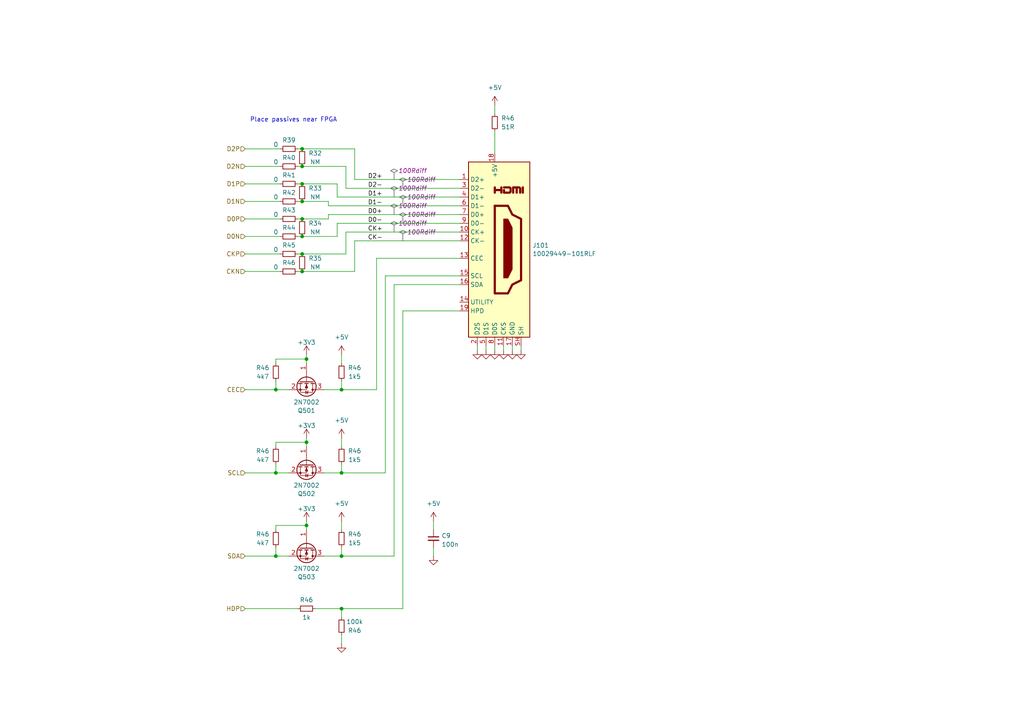
<source format=kicad_sch>
(kicad_sch (version 20230121) (generator eeschema)
  (paper "A4")
  (lib_symbols
    (symbol "Connector:HDMI_A"
      (property "Reference" "J" (at -6.35 26.67 0))
      (property "Value" "HDMI_A" (at 10.16 26.67 0))
      (symbol "HDMI_A_0_0"
        (polyline (pts (xy 8.128 16.51) (xy 8.128 18.034)) (stroke (width 0.635)))
        (polyline (pts (xy 0 16.51) (xy 0 18.034) (xy 0 17.272) (xy 1.905 17.272) (xy 1.905 18.034) (xy 1.905 16.51)) (stroke (width 0.635)))
        (polyline (pts (xy 2.667 18.034) (xy 4.318 18.034) (xy 4.572 17.78) (xy 4.572 16.764) (xy 4.318 16.51) (xy 2.667 16.51) (xy 2.667 17.272)) (stroke (width 0.635)))
      )
      (symbol "HDMI_A_0_1"
        (rectangle (start -7.62 25.4) (end 10.16 -25.4) (stroke (width 0.254)) (fill (type background)))
        (polyline (pts (xy 2.54 8.89) (xy 3.81 8.89) (xy 5.08 6.35) (xy 5.08 -5.715) (xy 3.81 -8.255) (xy 2.54 -8.255) (xy 2.54 8.89)) (fill (type outline)))
        (polyline (pts (xy 5.334 16.51) (xy 5.334 18.034) (xy 6.35 18.034) (xy 6.35 16.51) (xy 6.35 18.034) (xy 7.112 18.034) (xy 7.366 17.78) (xy 7.366 16.51)) (stroke (width 0.635)))
        (polyline (pts (xy 0 12.7) (xy 0 -12.7) (xy 3.81 -12.7) (xy 5.08 -10.16) (xy 7.62 -8.89) (xy 7.62 8.89) (xy 5.08 10.16) (xy 3.81 12.7) (xy 0 12.7)) (stroke (width 0.635)))
      )
      (symbol "HDMI_A_1_1"
        (pin passive line (at -10.16 20.32 0) (length 2.54) (name "D2+") (number "1"))
        (pin passive line (at -10.16 5.08 0) (length 2.54) (name "CK+") (number "10"))
        (pin power_in line (at 2.54 -27.94 90) (length 2.54) (name "CKS") (number "11"))
        (pin passive line (at -10.16 2.54 0) (length 2.54) (name "CK-") (number "12"))
        (pin bidirectional line (at -10.16 -2.54 0) (length 2.54) (name "CEC") (number "13"))
        (pin passive line (at -10.16 -15.24 0) (length 2.54) (name "UTILITY") (number "14"))
        (pin passive line (at -10.16 -7.62 0) (length 2.54) (name "SCL") (number "15"))
        (pin bidirectional line (at -10.16 -10.16 0) (length 2.54) (name "SDA") (number "16"))
        (pin power_in line (at 5.08 -27.94 90) (length 2.54) (name "GND") (number "17"))
        (pin power_in line (at 0 27.94 270) (length 2.54) (name "+5V") (number "18"))
        (pin passive line (at -10.16 -17.78 0) (length 2.54) (name "HPD") (number "19"))
        (pin power_in line (at -5.08 -27.94 90) (length 2.54) (name "D2S") (number "2"))
        (pin passive line (at -10.16 17.78 0) (length 2.54) (name "D2-") (number "3"))
        (pin passive line (at -10.16 15.24 0) (length 2.54) (name "D1+") (number "4"))
        (pin power_in line (at -2.54 -27.94 90) (length 2.54) (name "D1S") (number "5"))
        (pin passive line (at -10.16 12.7 0) (length 2.54) (name "D1-") (number "6"))
        (pin passive line (at -10.16 10.16 0) (length 2.54) (name "D0+") (number "7"))
        (pin power_in line (at 0 -27.94 90) (length 2.54) (name "D0S") (number "8"))
        (pin passive line (at -10.16 7.62 0) (length 2.54) (name "D0-") (number "9"))
        (pin passive line (at 7.62 -27.94 90) (length 2.54) (name "SH") (number "SH"))
      )
    )
    (symbol "Device:C_Small" (pin_numbers hide) (pin_names (offset 0.254) hide)
      (property "Reference" "C" (at 0.254 1.778 0))
      (property "Value" "C_Small" (at 0.254 -2.032 0))
      (symbol "C_Small_0_1"
        (polyline (pts (xy -1.524 -0.508) (xy 1.524 -0.508)) (stroke (width 0.3302)))
        (polyline (pts (xy -1.524 0.508) (xy 1.524 0.508)) (stroke (width 0.3048)))
      )
      (symbol "C_Small_1_1"
        (pin passive line (at 0 2.54 270) (length 2.032) (name "~") (number "1"))
        (pin passive line (at 0 -2.54 90) (length 2.032) (name "~") (number "2"))
      )
    )
    (symbol "Device:R_Small" (pin_numbers hide) (pin_names (offset 0.254) hide)
      (property "Reference" "R" (at 0.762 0.508 0))
      (property "Value" "R_Small" (at 0.762 -1.016 0))
      (symbol "R_Small_0_1"
        (rectangle (start -0.762 1.778) (end 0.762 -1.778) (stroke (width 0.2032)))
      )
      (symbol "R_Small_1_1"
        (pin passive line (at 0 2.54 270) (length 0.762) (name "~") (number "1"))
        (pin passive line (at 0 -2.54 90) (length 0.762) (name "~") (number "2"))
      )
    )
    (symbol "Transistor_FET:2N7002" (pin_names hide)
      (property "Reference" "Q" (at 5.08 1.905 0))
      (property "Value" "2N7002" (at 5.08 0 0))
      (symbol "2N7002_0_1"
        (polyline (pts (xy 0.254 0) (xy -2.54 0)))
        (polyline (pts (xy 0.254 1.905) (xy 0.254 -1.905)) (stroke (width 0.254)))
        (polyline (pts (xy 0.762 -1.27) (xy 0.762 -2.286)) (stroke (width 0.254)))
        (polyline (pts (xy 0.762 0.508) (xy 0.762 -0.508)) (stroke (width 0.254)))
        (polyline (pts (xy 0.762 2.286) (xy 0.762 1.27)) (stroke (width 0.254)))
        (polyline (pts (xy 2.54 2.54) (xy 2.54 1.778)))
        (polyline (pts (xy 2.54 -2.54) (xy 2.54 0) (xy 0.762 0)))
        (polyline (pts (xy 0.762 -1.778) (xy 3.302 -1.778) (xy 3.302 1.778) (xy 0.762 1.778)))
        (polyline (pts (xy 1.016 0) (xy 2.032 0.381) (xy 2.032 -0.381) (xy 1.016 0)) (fill (type outline)))
        (polyline (pts (xy 2.794 0.508) (xy 2.921 0.381) (xy 3.683 0.381) (xy 3.81 0.254)))
        (polyline (pts (xy 3.302 0.381) (xy 2.921 -0.254) (xy 3.683 -0.254) (xy 3.302 0.381)))
        (circle (center 1.651 0) (radius 2.794) (stroke (width 0.254)))
        (circle (center 2.54 -1.778) (radius 0.254) (fill (type outline)))
        (circle (center 2.54 1.778) (radius 0.254) (fill (type outline)))
      )
      (symbol "2N7002_1_1"
        (pin input line (at -5.08 0 0) (length 2.54) (name "G") (number "1"))
        (pin passive line (at 2.54 -5.08 90) (length 2.54) (name "S") (number "2"))
        (pin passive line (at 2.54 5.08 270) (length 2.54) (name "D") (number "3"))
      )
    )
    (symbol "power:+3.3V" (power) (pin_names (offset 0))
      (property "Value" "+3.3V" (at 0 3.556 0))
      (symbol "+3.3V_0_1"
        (polyline (pts (xy -0.762 1.27) (xy 0 2.54)))
        (polyline (pts (xy 0 0) (xy 0 2.54)))
        (polyline (pts (xy 0 2.54) (xy 0.762 1.27)))
      )
      (symbol "+3.3V_1_1"
        (pin power_in line (at 0 0 90) (length 0) hide (name "+3V3") (number "1"))
      )
    )
    (symbol "power:+5V" (power) (pin_names (offset 0))
      (property "Value" "+5V" (at 0 3.556 0))
      (symbol "+5V_0_1"
        (polyline (pts (xy -0.762 1.27) (xy 0 2.54)))
        (polyline (pts (xy 0 0) (xy 0 2.54)))
        (polyline (pts (xy 0 2.54) (xy 0.762 1.27)))
      )
      (symbol "+5V_1_1"
        (pin power_in line (at 0 0 90) (length 0) hide (name "+5V") (number "1"))
      )
    )
    (symbol "power:GND" (power) (pin_names (offset 0))
      (property "Value" "GND" (at 0 -3.81 0))
      (symbol "GND_0_1"
        (polyline (pts (xy 0 0) (xy 0 -1.27) (xy 1.27 -1.27) (xy 0 -2.54) (xy -1.27 -1.27) (xy 0 -1.27)))
      )
      (symbol "GND_1_1"
        (pin power_in line (at 0 0 270) (length 0) hide (name "GND") (number "1"))
      )
    )
  )
  (junction (at 87.63 48.26))
  (junction (at 99.06 137.16))
  (junction (at 88.9 128.27))
  (junction (at 87.63 58.42))
  (junction (at 87.63 53.34))
  (junction (at 80.01 161.29))
  (junction (at 99.06 113.03))
  (junction (at 87.63 68.58))
  (junction (at 87.63 63.5))
  (junction (at 99.06 176.53))
  (junction (at 80.01 137.16))
  (junction (at 80.01 113.03))
  (junction (at 87.63 78.74))
  (junction (at 99.06 161.29))
  (junction (at 87.63 43.18))
  (junction (at 88.9 152.4))
  (junction (at 88.9 104.14))
  (junction (at 87.63 73.66))
  (wire (pts (xy 95.25 62.23) (xy 133.35 62.23)))
  (wire (pts (xy 100.33 67.31) (xy 133.35 67.31)))
  (wire (pts (xy 80.01 110.49) (xy 80.01 113.03)))
  (wire (pts (xy 99.06 113.03) (xy 109.22 113.03)))
  (wire (pts (xy 125.73 158.75) (xy 125.73 161.29)))
  (wire (pts (xy 100.33 54.61) (xy 133.35 54.61)))
  (wire (pts (xy 87.63 48.26) (xy 100.33 48.26)))
  (wire (pts (xy 80.01 153.67) (xy 80.01 152.4)))
  (wire (pts (xy 140.97 100.33) (xy 140.97 101.6)))
  (wire (pts (xy 87.63 58.42) (xy 86.36 58.42)))
  (wire (pts (xy 99.06 176.53) (xy 99.06 179.07)))
  (wire (pts (xy 88.9 127) (xy 88.9 128.27)))
  (wire (pts (xy 80.01 113.03) (xy 83.82 113.03)))
  (wire (pts (xy 71.12 176.53) (xy 86.36 176.53)))
  (wire (pts (xy 99.06 176.53) (xy 116.84 176.53)))
  (wire (pts (xy 80.01 128.27) (xy 88.9 128.27)))
  (wire (pts (xy 97.79 64.77) (xy 133.35 64.77)))
  (wire (pts (xy 93.98 161.29) (xy 99.06 161.29)))
  (wire (pts (xy 95.25 62.23) (xy 95.25 63.5)))
  (wire (pts (xy 87.63 48.26) (xy 86.36 48.26)))
  (wire (pts (xy 143.51 30.48) (xy 143.51 33.02)))
  (wire (pts (xy 93.98 137.16) (xy 99.06 137.16)))
  (wire (pts (xy 81.28 73.66) (xy 71.12 73.66)))
  (wire (pts (xy 81.28 58.42) (xy 71.12 58.42)))
  (wire (pts (xy 99.06 158.75) (xy 99.06 161.29)))
  (wire (pts (xy 109.22 74.93) (xy 133.35 74.93)))
  (wire (pts (xy 99.06 102.87) (xy 99.06 105.41)))
  (wire (pts (xy 143.51 38.1) (xy 143.51 44.45)))
  (wire (pts (xy 81.28 78.74) (xy 71.12 78.74)))
  (wire (pts (xy 87.63 78.74) (xy 86.36 78.74)))
  (wire (pts (xy 81.28 63.5) (xy 71.12 63.5)))
  (wire (pts (xy 111.76 137.16) (xy 111.76 80.01)))
  (wire (pts (xy 80.01 129.54) (xy 80.01 128.27)))
  (wire (pts (xy 125.73 151.13) (xy 125.73 153.67)))
  (wire (pts (xy 146.05 100.33) (xy 146.05 101.6)))
  (wire (pts (xy 102.87 52.07) (xy 133.35 52.07)))
  (wire (pts (xy 87.63 43.18) (xy 102.87 43.18)))
  (wire (pts (xy 99.06 127) (xy 99.06 129.54)))
  (wire (pts (xy 81.28 53.34) (xy 71.12 53.34)))
  (wire (pts (xy 148.59 100.33) (xy 148.59 101.6)))
  (wire (pts (xy 99.06 137.16) (xy 111.76 137.16)))
  (wire (pts (xy 80.01 134.62) (xy 80.01 137.16)))
  (wire (pts (xy 71.12 113.03) (xy 80.01 113.03)))
  (wire (pts (xy 80.01 158.75) (xy 80.01 161.29)))
  (wire (pts (xy 109.22 113.03) (xy 109.22 74.93)))
  (wire (pts (xy 88.9 152.4) (xy 88.9 153.67)))
  (wire (pts (xy 95.25 59.69) (xy 133.35 59.69)))
  (wire (pts (xy 99.06 151.13) (xy 99.06 153.67)))
  (wire (pts (xy 102.87 78.74) (xy 102.87 69.85)))
  (wire (pts (xy 88.9 151.13) (xy 88.9 152.4)))
  (wire (pts (xy 138.43 100.33) (xy 138.43 101.6)))
  (wire (pts (xy 95.25 59.69) (xy 95.25 58.42)))
  (wire (pts (xy 99.06 134.62) (xy 99.06 137.16)))
  (wire (pts (xy 102.87 69.85) (xy 133.35 69.85)))
  (wire (pts (xy 116.84 176.53) (xy 116.84 90.17)))
  (wire (pts (xy 87.63 73.66) (xy 100.33 73.66)))
  (wire (pts (xy 80.01 104.14) (xy 88.9 104.14)))
  (wire (pts (xy 99.06 161.29) (xy 114.3 161.29)))
  (wire (pts (xy 93.98 113.03) (xy 99.06 113.03)))
  (wire (pts (xy 87.63 53.34) (xy 97.79 53.34)))
  (wire (pts (xy 102.87 52.07) (xy 102.87 43.18)))
  (wire (pts (xy 81.28 43.18) (xy 71.12 43.18)))
  (wire (pts (xy 100.33 67.31) (xy 100.33 73.66)))
  (wire (pts (xy 80.01 105.41) (xy 80.01 104.14)))
  (wire (pts (xy 87.63 78.74) (xy 102.87 78.74)))
  (wire (pts (xy 80.01 152.4) (xy 88.9 152.4)))
  (wire (pts (xy 88.9 102.87) (xy 88.9 104.14)))
  (wire (pts (xy 97.79 68.58) (xy 97.79 64.77)))
  (wire (pts (xy 87.63 63.5) (xy 86.36 63.5)))
  (wire (pts (xy 87.63 58.42) (xy 95.25 58.42)))
  (wire (pts (xy 116.84 90.17) (xy 133.35 90.17)))
  (wire (pts (xy 87.63 63.5) (xy 95.25 63.5)))
  (wire (pts (xy 81.28 68.58) (xy 71.12 68.58)))
  (wire (pts (xy 97.79 57.15) (xy 97.79 53.34)))
  (wire (pts (xy 87.63 68.58) (xy 97.79 68.58)))
  (wire (pts (xy 97.79 57.15) (xy 133.35 57.15)))
  (wire (pts (xy 111.76 80.01) (xy 133.35 80.01)))
  (wire (pts (xy 88.9 128.27) (xy 88.9 129.54)))
  (wire (pts (xy 87.63 43.18) (xy 86.36 43.18)))
  (wire (pts (xy 114.3 82.55) (xy 133.35 82.55)))
  (wire (pts (xy 143.51 100.33) (xy 143.51 101.6)))
  (wire (pts (xy 114.3 161.29) (xy 114.3 82.55)))
  (wire (pts (xy 99.06 184.15) (xy 99.06 186.69)))
  (wire (pts (xy 87.63 53.34) (xy 86.36 53.34)))
  (wire (pts (xy 71.12 161.29) (xy 80.01 161.29)))
  (wire (pts (xy 88.9 104.14) (xy 88.9 105.41)))
  (wire (pts (xy 80.01 137.16) (xy 83.82 137.16)))
  (wire (pts (xy 99.06 110.49) (xy 99.06 113.03)))
  (wire (pts (xy 81.28 48.26) (xy 71.12 48.26)))
  (wire (pts (xy 87.63 73.66) (xy 86.36 73.66)))
  (wire (pts (xy 91.44 176.53) (xy 99.06 176.53)))
  (wire (pts (xy 80.01 161.29) (xy 83.82 161.29)))
  (wire (pts (xy 151.13 100.33) (xy 151.13 101.6)))
  (wire (pts (xy 71.12 137.16) (xy 80.01 137.16)))
  (wire (pts (xy 100.33 48.26) (xy 100.33 54.61)))
  (wire (pts (xy 87.63 68.58) (xy 86.36 68.58)))
  (text "Place passives near FPGA" (at 97.79 35.56 0) (effects (font (size 1.27 1.27)) (justify right bottom)))
  (label "CK+" (at 106.68 67.31 0))
  (label "D1+" (at 106.68 57.15 0))
  (label "D0+" (at 106.68 62.23 0))
  (label "D1-" (at 106.68 59.69 0))
  (label "D0-" (at 106.68 64.77 0))
  (label "D2+" (at 106.68 52.07 0))
  (label "D2-" (at 106.68 54.61 0))
  (label "CK-" (at 106.68 69.85 0))
  (hierarchical_label "CKN" (shape input) (at 71.12 78.74 180))
  (hierarchical_label "D0N" (shape input) (at 71.12 68.58 180))
  (hierarchical_label "D2P" (shape input) (at 71.12 43.18 180))
  (hierarchical_label "CEC" (shape input) (at 71.12 113.03 180))
  (hierarchical_label "D1N" (shape input) (at 71.12 58.42 180))
  (hierarchical_label "D0P" (shape input) (at 71.12 63.5 180))
  (hierarchical_label "CKP" (shape input) (at 71.12 73.66 180))
  (hierarchical_label "SCL" (shape input) (at 71.12 137.16 180))
  (hierarchical_label "SDA" (shape input) (at 71.12 161.29 180))
  (hierarchical_label "D1P" (shape input) (at 71.12 53.34 180))
  (hierarchical_label "HDP" (shape input) (at 71.12 176.53 180))
  (hierarchical_label "D2N" (shape input) (at 71.12 48.26 180))
  (netclass_flag "" (length 2.54) (shape diamond) (at 116.84 59.69 0) (property "Netclass" "100Rdiff" (at 118.0465 57.15 0) (effects (font italic) (justify left))))
  (netclass_flag "" (length 2.54) (shape diamond) (at 116.84 64.77 0) (property "Netclass" "100Rdiff" (at 118.0465 62.23 0) (effects (font italic) (justify left))))
  (netclass_flag "" (length 2.54) (shape diamond) (at 114.3 52.07 0) (property "Netclass" "100Rdiff" (at 115.5065 49.53 0) (effects (font italic) (justify left))))
  (netclass_flag "" (length 2.54) (shape diamond) (at 114.3 62.23 0) (property "Netclass" "100Rdiff" (at 115.5065 59.69 0) (effects (font italic) (justify left))))
  (netclass_flag "" (length 2.54) (shape diamond) (at 114.3 67.31 0) (property "Netclass" "100Rdiff" (at 115.5065 64.77 0) (effects (font italic) (justify left))))
  (netclass_flag "" (length 2.54) (shape diamond) (at 116.84 69.85 0) (property "Netclass" "100Rdiff" (at 118.0465 67.31 0) (effects (font italic) (justify left))))
  (netclass_flag "" (length 2.54) (shape diamond) (at 114.3 57.15 0) (property "Netclass" "100Rdiff" (at 115.5065 54.61 0) (effects (font italic) (justify left))))
  (netclass_flag "" (length 2.54) (shape diamond) (at 116.84 54.61 0) (property "Netclass" "100Rdiff" (at 118.0465 52.07 0) (effects (font italic) (justify left))))
  (symbol (lib_id "Device:R_Small") (at 80.01 107.95 0) (mirror x) (unit 1)
    (property "Reference" "R46" (at 76.2 106.68 0))
    (property "Value" "4k7" (at 76.2 109.22 0))
    (property "Footprint" "Resistor_SMD:R_0603_1608Metric" (effects hide))
    (property "LCSC" "C23162" (effects hide))
    (instances (project "that_fpga_thing" (path "" (reference "R46") (unit 1))) (project "m1s-fpga-playground" (path "" (reference "R146") (unit 1)) (path "" (reference "R513") (unit 1))))
  )
  (symbol (lib_id "Device:R_Small") (at 80.01 156.21 0) (mirror x) (unit 1)
    (property "Reference" "R46" (at 76.2 154.94 0))
    (property "Value" "4k7" (at 76.2 157.48 0))
    (property "Footprint" "Resistor_SMD:R_0603_1608Metric" (effects hide))
    (property "LCSC" "C23162" (effects hide))
    (instances (project "that_fpga_thing" (path "" (reference "R46") (unit 1))) (project "m1s-fpga-playground" (path "" (reference "R146") (unit 1)) (path "" (reference "R517") (unit 1))))
  )
  (symbol (lib_id "Device:R_Small") (at 83.82 73.66 90) (mirror x) (unit 1)
    (property "Reference" "R45" (at 83.82 71.12 90))
    (property "Value" "0" (at 80.01 72.39 90))
    (property "Footprint" "Resistor_SMD:R_0603_1608Metric" (effects hide))
    (instances (project "that_fpga_thing" (path "" (reference "R45") (unit 1))) (project "m1s-fpga-playground" (path "" (reference "R145") (unit 1)) (path "" (reference "R511") (unit 1))))
  )
  (symbol (lib_id "power:GND") (at 143.51 101.6 0) (mirror y) (unit 1)
    (property "Reference" "#PWR0143" (effects hide))
    (property "Value" "GND" (effects hide))
    (instances (project "m1s-fpga-playground" (path "" (reference "#PWR0143") (unit 1)) (path "" (reference "#PWR0505") (unit 1))))
  )
  (symbol (lib_id "Device:R_Small") (at 87.63 66.04 0) (mirror y) (unit 1)
    (property "Reference" "R34" (at 91.44 64.77 0))
    (property "Value" "NM" (at 91.44 67.31 0))
    (property "Footprint" "Resistor_SMD:R_0603_1608Metric" (effects hide))
    (instances (project "that_fpga_thing" (path "" (reference "R34") (unit 1))) (project "m1s-fpga-playground" (path "" (reference "R134") (unit 1)) (path "" (reference "R503") (unit 1))))
  )
  (symbol (lib_id "Device:R_Small") (at 83.82 48.26 90) (mirror x) (unit 1)
    (property "Reference" "R40" (at 83.82 45.72 90))
    (property "Value" "0" (at 80.01 46.99 90))
    (property "Footprint" "Resistor_SMD:R_0603_1608Metric" (effects hide))
    (instances (project "that_fpga_thing" (path "" (reference "R40") (unit 1))) (project "m1s-fpga-playground" (path "" (reference "R140") (unit 1)) (path "" (reference "R506") (unit 1))))
  )
  (symbol (lib_id "Device:R_Small") (at 83.82 78.74 90) (mirror x) (unit 1)
    (property "Reference" "R46" (at 83.82 76.2 90))
    (property "Value" "0" (at 80.01 77.47 90))
    (property "Footprint" "Resistor_SMD:R_0603_1608Metric" (effects hide))
    (instances (project "that_fpga_thing" (path "" (reference "R46") (unit 1))) (project "m1s-fpga-playground" (path "" (reference "R146") (unit 1)) (path "" (reference "R512") (unit 1))))
  )
  (symbol (lib_id "Connector:HDMI_A") (at 143.51 72.39 0) (unit 1)
    (property "Reference" "J101" (at 154.432 71.1779 0) (effects (justify left)))
    (property "Value" "10029449-101RLF" (at 154.432 73.6021 0) (effects (justify left)))
    (property "Footprint" "Connector_HDMI:HDMI_A_Amphenol_10029449-x01xLF_Horizontal" (effects hide))
    (property "Datasheet" "https://en.wikipedia.org/wiki/HDMI" (effects hide))
    (instances (project "m1s-fpga-playground" (path "" (reference "J101") (unit 1)) (path "" (reference "J501") (unit 1))))
  )
  (symbol (lib_id "Device:R_Small") (at 143.51 35.56 180) (unit 1)
    (property "Reference" "R46" (at 147.32 34.29 0))
    (property "Value" "51R" (at 147.32 36.83 0))
    (property "Footprint" "Resistor_SMD:R_0603_1608Metric" (effects hide))
    (property "LCSC" "C23197" (effects hide))
    (instances (project "that_fpga_thing" (path "" (reference "R46") (unit 1))) (project "m1s-fpga-playground" (path "" (reference "R146") (unit 1)) (path "" (reference "R519") (unit 1))))
  )
  (symbol (lib_id "power:+3.3V") (at 88.9 151.13 0) (unit 1)
    (property "Reference" "#PWR046" (effects hide))
    (property "Value" "+3.3V" (at 88.9 147.574 0))
    (instances (project "that_fpga_thing" (path "" (reference "#PWR046") (unit 1))) (project "m1s-fpga-playground" (path "" (reference "#PWR0153") (unit 1)) (path "" (reference "#PWR0512") (unit 1))))
  )
  (symbol (lib_id "power:+3.3V") (at 88.9 127 0) (unit 1)
    (property "Reference" "#PWR046" (effects hide))
    (property "Value" "+3.3V" (at 88.9 123.444 0))
    (instances (project "that_fpga_thing" (path "" (reference "#PWR046") (unit 1))) (project "m1s-fpga-playground" (path "" (reference "#PWR0153") (unit 1)) (path "" (reference "#PWR0510") (unit 1))))
  )
  (symbol (lib_id "Device:C_Small") (at 125.73 156.21 0) (unit 1)
    (property "Reference" "C9" (at 128.0541 155.3816 0) (effects (justify left)))
    (property "Value" "100n" (at 128.0541 157.9185 0) (effects (justify left)))
    (property "Footprint" "Capacitor_SMD:C_0603_1608Metric" (effects hide))
    (property "LCSC" "C14663" (effects hide))
    (instances (project "that_fpga_thing" (path "" (reference "C9") (unit 1))) (project "m1s-fpga-playground" (path "" (reference "C108") (unit 1)) (path "" (reference "C501") (unit 1))))
  )
  (symbol (lib_id "Device:R_Small") (at 83.82 43.18 90) (mirror x) (unit 1)
    (property "Reference" "R39" (at 83.82 40.64 90))
    (property "Value" "0" (at 80.01 41.91 90))
    (property "Footprint" "Resistor_SMD:R_0603_1608Metric" (effects hide))
    (instances (project "that_fpga_thing" (path "" (reference "R39") (unit 1))) (project "m1s-fpga-playground" (path "" (reference "R139") (unit 1)) (path "" (reference "R505") (unit 1))))
  )
  (symbol (lib_id "Device:R_Small") (at 99.06 181.61 0) (mirror y) (unit 1)
    (property "Reference" "R46" (at 102.87 182.88 0))
    (property "Value" "100k" (at 102.87 180.34 0))
    (property "Footprint" "Resistor_SMD:R_0603_1608Metric" (effects hide))
    (property "LCSC" "C25803" (effects hide))
    (instances (project "that_fpga_thing" (path "" (reference "R46") (unit 1))) (project "m1s-fpga-playground" (path "" (reference "R146") (unit 1)) (path "" (reference "R521") (unit 1))))
  )
  (symbol (lib_id "power:GND") (at 138.43 101.6 0) (mirror y) (unit 1)
    (property "Reference" "#PWR0140" (effects hide))
    (property "Value" "GND" (effects hide))
    (instances (project "m1s-fpga-playground" (path "" (reference "#PWR0140") (unit 1)) (path "" (reference "#PWR0507") (unit 1))))
  )
  (symbol (lib_id "Device:R_Small") (at 80.01 132.08 0) (mirror x) (unit 1)
    (property "Reference" "R46" (at 76.2 130.81 0))
    (property "Value" "4k7" (at 76.2 133.35 0))
    (property "Footprint" "Resistor_SMD:R_0603_1608Metric" (effects hide))
    (property "LCSC" "C23162" (effects hide))
    (instances (project "that_fpga_thing" (path "" (reference "R46") (unit 1))) (project "m1s-fpga-playground" (path "" (reference "R146") (unit 1)) (path "" (reference "R515") (unit 1))))
  )
  (symbol (lib_id "Transistor_FET:2N7002") (at 88.9 110.49 270) (unit 1)
    (property "Reference" "Q501" (at 88.9 119.0793 90))
    (property "Value" "2N7002" (at 88.9 116.6551 90))
    (property "Footprint" "Package_TO_SOT_SMD:SOT-23" (effects hide))
    (property "Datasheet" "https://www.onsemi.com/pub/Collateral/NDS7002A-D.PDF" (effects hide))
  )
  (symbol (lib_id "Transistor_FET:2N7002") (at 88.9 134.62 270) (unit 1)
    (property "Reference" "Q502" (at 88.9 143.2093 90))
    (property "Value" "2N7002" (at 88.9 140.7851 90))
    (property "Footprint" "Package_TO_SOT_SMD:SOT-23" (effects hide))
    (property "Datasheet" "https://www.onsemi.com/pub/Collateral/NDS7002A-D.PDF" (effects hide))
  )
  (symbol (lib_id "power:+5V") (at 99.06 151.13 0) (mirror y) (unit 1)
    (property "Reference" "#PWR0145" (effects hide))
    (property "Value" "+5V" (at 99.06 146.05 0))
    (instances (project "m1s-fpga-playground" (path "" (reference "#PWR0145") (unit 1)) (path "" (reference "#PWR0513") (unit 1))))
  )
  (symbol (lib_id "power:+3.3V") (at 88.9 102.87 0) (unit 1)
    (property "Reference" "#PWR046" (effects hide))
    (property "Value" "+3.3V" (at 88.9 99.314 0))
    (instances (project "that_fpga_thing" (path "" (reference "#PWR046") (unit 1))) (project "m1s-fpga-playground" (path "" (reference "#PWR0153") (unit 1)) (path "" (reference "#PWR0508") (unit 1))))
  )
  (symbol (lib_id "Device:R_Small") (at 99.06 107.95 180) (unit 1)
    (property "Reference" "R46" (at 102.87 106.68 0))
    (property "Value" "1k5" (at 102.87 109.22 0))
    (property "Footprint" "Resistor_SMD:R_0603_1608Metric" (effects hide))
    (property "LCSC" "C22843" (effects hide))
    (instances (project "that_fpga_thing" (path "" (reference "R46") (unit 1))) (project "m1s-fpga-playground" (path "" (reference "R146") (unit 1)) (path "" (reference "R514") (unit 1))))
  )
  (symbol (lib_id "Device:R_Small") (at 99.06 132.08 180) (unit 1)
    (property "Reference" "R46" (at 102.87 130.81 0))
    (property "Value" "1k5" (at 102.87 133.35 0))
    (property "Footprint" "Resistor_SMD:R_0603_1608Metric" (effects hide))
    (property "LCSC" "C22843" (effects hide))
    (instances (project "that_fpga_thing" (path "" (reference "R46") (unit 1))) (project "m1s-fpga-playground" (path "" (reference "R146") (unit 1)) (path "" (reference "R516") (unit 1))))
  )
  (symbol (lib_id "Transistor_FET:2N7002") (at 88.9 158.75 270) (unit 1)
    (property "Reference" "Q503" (at 88.9 167.3393 90))
    (property "Value" "2N7002" (at 88.9 164.9151 90))
    (property "Footprint" "Package_TO_SOT_SMD:SOT-23" (effects hide))
    (property "Datasheet" "https://www.onsemi.com/pub/Collateral/NDS7002A-D.PDF" (effects hide))
  )
  (symbol (lib_id "power:GND") (at 140.97 101.6 0) (mirror y) (unit 1)
    (property "Reference" "#PWR0139" (effects hide))
    (property "Value" "GND" (effects hide))
    (instances (project "m1s-fpga-playground" (path "" (reference "#PWR0139") (unit 1)) (path "" (reference "#PWR0506") (unit 1))))
  )
  (symbol (lib_id "power:+5V") (at 125.73 151.13 0) (mirror y) (unit 1)
    (property "Reference" "#PWR0145" (effects hide))
    (property "Value" "+5V" (at 125.73 146.05 0))
    (instances (project "m1s-fpga-playground" (path "" (reference "#PWR0145") (unit 1)) (path "" (reference "#PWR0515") (unit 1))))
  )
  (symbol (lib_id "Device:R_Small") (at 87.63 55.88 0) (mirror y) (unit 1)
    (property "Reference" "R33" (at 91.44 54.61 0))
    (property "Value" "NM" (at 91.44 57.15 0))
    (property "Footprint" "Resistor_SMD:R_0603_1608Metric" (effects hide))
    (instances (project "that_fpga_thing" (path "" (reference "R33") (unit 1))) (project "m1s-fpga-playground" (path "" (reference "R133") (unit 1)) (path "" (reference "R502") (unit 1))))
  )
  (symbol (lib_id "Device:R_Small") (at 83.82 63.5 90) (mirror x) (unit 1)
    (property "Reference" "R43" (at 83.82 60.96 90))
    (property "Value" "0" (at 80.01 62.23 90))
    (property "Footprint" "Resistor_SMD:R_0603_1608Metric" (effects hide))
    (instances (project "that_fpga_thing" (path "" (reference "R43") (unit 1))) (project "m1s-fpga-playground" (path "" (reference "R143") (unit 1)) (path "" (reference "R509") (unit 1))))
  )
  (symbol (lib_id "power:+5V") (at 99.06 102.87 0) (mirror y) (unit 1)
    (property "Reference" "#PWR0145" (effects hide))
    (property "Value" "+5V" (at 99.06 97.79 0))
    (instances (project "m1s-fpga-playground" (path "" (reference "#PWR0145") (unit 1)) (path "" (reference "#PWR0509") (unit 1))))
  )
  (symbol (lib_id "Device:R_Small") (at 83.82 68.58 90) (mirror x) (unit 1)
    (property "Reference" "R44" (at 83.82 66.04 90))
    (property "Value" "0" (at 80.01 67.31 90))
    (property "Footprint" "Resistor_SMD:R_0603_1608Metric" (effects hide))
    (instances (project "that_fpga_thing" (path "" (reference "R44") (unit 1))) (project "m1s-fpga-playground" (path "" (reference "R144") (unit 1)) (path "" (reference "R510") (unit 1))))
  )
  (symbol (lib_id "power:GND") (at 125.73 161.29 0) (mirror y) (unit 1)
    (property "Reference" "#PWR0140" (effects hide))
    (property "Value" "GND" (effects hide))
    (instances (project "m1s-fpga-playground" (path "" (reference "#PWR0140") (unit 1)) (path "" (reference "#PWR0516") (unit 1))))
  )
  (symbol (lib_id "Device:R_Small") (at 88.9 176.53 270) (unit 1)
    (property "Reference" "R46" (at 88.9 173.99 90))
    (property "Value" "1k" (at 88.9 179.07 90))
    (property "Footprint" "Resistor_SMD:R_0603_1608Metric" (effects hide))
    (property "LCSC" "C21190" (effects hide))
    (instances (project "that_fpga_thing" (path "" (reference "R46") (unit 1))) (project "m1s-fpga-playground" (path "" (reference "R146") (unit 1)) (path "" (reference "R520") (unit 1))))
  )
  (symbol (lib_id "power:GND") (at 151.13 101.6 0) (mirror y) (unit 1)
    (property "Reference" "#PWR0137" (effects hide))
    (property "Value" "GND" (effects hide))
    (instances (project "m1s-fpga-playground" (path "" (reference "#PWR0137") (unit 1)) (path "" (reference "#PWR0501") (unit 1))))
  )
  (symbol (lib_id "Device:R_Small") (at 83.82 53.34 90) (mirror x) (unit 1)
    (property "Reference" "R41" (at 83.82 50.8 90))
    (property "Value" "0" (at 80.01 52.07 90))
    (property "Footprint" "Resistor_SMD:R_0603_1608Metric" (effects hide))
    (instances (project "that_fpga_thing" (path "" (reference "R41") (unit 1))) (project "m1s-fpga-playground" (path "" (reference "R141") (unit 1)) (path "" (reference "R507") (unit 1))))
  )
  (symbol (lib_id "power:+5V") (at 143.51 30.48 0) (mirror y) (unit 1)
    (property "Reference" "#PWR0145" (effects hide))
    (property "Value" "+5V" (at 143.51 25.4 0))
    (instances (project "m1s-fpga-playground" (path "" (reference "#PWR0145") (unit 1)) (path "" (reference "#PWR0504") (unit 1))))
  )
  (symbol (lib_id "power:+5V") (at 99.06 127 0) (mirror y) (unit 1)
    (property "Reference" "#PWR0145" (effects hide))
    (property "Value" "+5V" (at 99.06 121.92 0))
    (instances (project "m1s-fpga-playground" (path "" (reference "#PWR0145") (unit 1)) (path "" (reference "#PWR0511") (unit 1))))
  )
  (symbol (lib_id "Device:R_Small") (at 99.06 156.21 180) (unit 1)
    (property "Reference" "R46" (at 102.87 154.94 0))
    (property "Value" "1k5" (at 102.87 157.48 0))
    (property "Footprint" "Resistor_SMD:R_0603_1608Metric" (effects hide))
    (property "LCSC" "C22843" (effects hide))
    (instances (project "that_fpga_thing" (path "" (reference "R46") (unit 1))) (project "m1s-fpga-playground" (path "" (reference "R146") (unit 1)) (path "" (reference "R518") (unit 1))))
  )
  (symbol (lib_id "Device:R_Small") (at 87.63 76.2 0) (mirror y) (unit 1)
    (property "Reference" "R35" (at 91.44 74.93 0))
    (property "Value" "NM" (at 91.44 77.47 0))
    (property "Footprint" "Resistor_SMD:R_0603_1608Metric" (effects hide))
    (instances (project "that_fpga_thing" (path "" (reference "R35") (unit 1))) (project "m1s-fpga-playground" (path "" (reference "R135") (unit 1)) (path "" (reference "R504") (unit 1))))
  )
  (symbol (lib_id "Device:R_Small") (at 83.82 58.42 90) (mirror x) (unit 1)
    (property "Reference" "R42" (at 83.82 55.88 90))
    (property "Value" "0" (at 80.01 57.15 90))
    (property "Footprint" "Resistor_SMD:R_0603_1608Metric" (effects hide))
    (instances (project "that_fpga_thing" (path "" (reference "R42") (unit 1))) (project "m1s-fpga-playground" (path "" (reference "R142") (unit 1)) (path "" (reference "R508") (unit 1))))
  )
  (symbol (lib_id "power:GND") (at 99.06 186.69 0) (mirror y) (unit 1)
    (property "Reference" "#PWR0140" (effects hide))
    (property "Value" "GND" (effects hide))
    (instances (project "m1s-fpga-playground" (path "" (reference "#PWR0140") (unit 1)) (path "" (reference "#PWR0514") (unit 1))))
  )
  (symbol (lib_id "Device:R_Small") (at 87.63 45.72 0) (mirror y) (unit 1)
    (property "Reference" "R32" (at 91.44 44.45 0))
    (property "Value" "NM" (at 91.44 46.99 0))
    (property "Footprint" "Resistor_SMD:R_0603_1608Metric" (effects hide))
    (instances (project "that_fpga_thing" (path "" (reference "R32") (unit 1))) (project "m1s-fpga-playground" (path "" (reference "R132") (unit 1)) (path "" (reference "R501") (unit 1))))
  )
  (symbol (lib_id "power:GND") (at 148.59 101.6 0) (mirror y) (unit 1)
    (property "Reference" "#PWR0144" (effects hide))
    (property "Value" "GND" (effects hide))
    (instances (project "m1s-fpga-playground" (path "" (reference "#PWR0144") (unit 1)) (path "" (reference "#PWR0502") (unit 1))))
  )
  (symbol (lib_id "power:GND") (at 146.05 101.6 0) (mirror y) (unit 1)
    (property "Reference" "#PWR0138" (effects hide))
    (property "Value" "GND" (effects hide))
    (instances (project "m1s-fpga-playground" (path "" (reference "#PWR0138") (unit 1)) (path "" (reference "#PWR0503") (unit 1))))
  )
)
</source>
